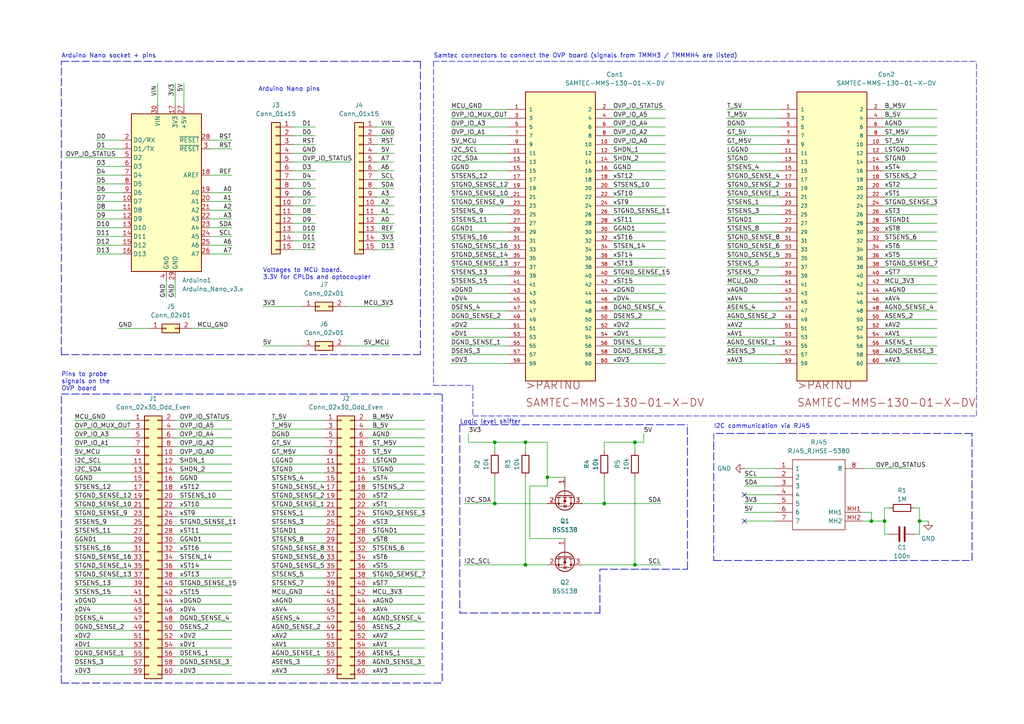
<source format=kicad_sch>
(kicad_sch (version 20211123) (generator eeschema)
  (paper "A4")
  (title_block (title "OVP_breakout_board") (date "2023-02-23") (rev "0") (company "University of Bonn") (comment 1 "Simple breakout board for the OVP board  (LMU-PS) + Arduino nano"))
  (junction (at 143.51 128.27))
  (junction (at 158.75 138.43))
  (junction (at 143.51 146.05))
  (junction (at 184.15 128.27))
  (junction (at 152.4 128.27))
  (junction (at 266.7 151.13))
  (junction (at 152.4 163.83))
  (junction (at 184.15 163.83))
  (junction (at 175.26 146.05))
  (junction (at 256.54 151.13))
  (junction (at 252.73 151.13))
  (no_connect (at 215.9 151.13))
  (no_connect (at 215.9 143.51))
  (wire (pts (xy 85.09 54.61) (xy 91.44 54.61)))
  (wire (pts (xy 50.8 157.48) (xy 67.31 157.48)))
  (wire (pts (xy 21.59 154.94) (xy 38.1 154.94)))
  (wire (pts (xy 143.51 128.27) (xy 152.4 128.27)))
  (wire (pts (xy 50.8 129.54) (xy 67.31 129.54)))
  (wire (pts (xy 106.68 175.26) (xy 123.19 175.26)))
  (wire (pts (xy 21.59 185.42) (xy 38.1 185.42)))
  (wire (pts (xy 130.81 85.09) (xy 147.32 85.09)))
  (wire (pts (xy 78.74 187.96) (xy 93.98 187.96)))
  (wire (pts (xy 130.81 90.17) (xy 147.32 90.17)))
  (wire (pts (xy 143.51 146.05) (xy 158.75 146.05)))
  (wire (pts (xy 168.91 146.05) (xy 175.26 146.05)))
  (wire (pts (xy 78.74 152.4) (xy 93.98 152.4)))
  (wire (pts (xy 109.22 59.69) (xy 114.3 59.69)))
  (wire (pts (xy 78.74 121.92) (xy 93.98 121.92)))
  (wire (pts (xy 177.8 67.31) (xy 193.04 67.31)))
  (wire (pts (xy 78.74 132.08) (xy 93.98 132.08)))
  (polyline (pts (xy 133.35 123.19) (xy 133.35 177.8)) (stroke (width 0.2)))
  (wire (pts (xy 250.19 151.13) (xy 252.73 151.13)))
  (wire (pts (xy 177.8 74.93) (xy 193.04 74.93)))
  (wire (pts (xy 130.81 97.79) (xy 147.32 97.79)))
  (wire (pts (xy 215.9 138.43) (xy 224.79 138.43)))
  (wire (pts (xy 106.68 160.02) (xy 123.19 160.02)))
  (wire (pts (xy 210.82 54.61) (xy 226.06 54.61)))
  (wire (pts (xy 50.8 154.94) (xy 67.31 154.94)))
  (wire (pts (xy 109.22 41.91) (xy 114.3 41.91)))
  (wire (pts (xy 85.09 57.15) (xy 91.44 57.15)))
  (wire (pts (xy 50.8 137.16) (xy 67.31 137.16)))
  (wire (pts (xy 21.59 127) (xy 38.1 127)))
  (wire (pts (xy 256.54 92.71) (xy 271.78 92.71)))
  (wire (pts (xy 106.68 187.96) (xy 123.19 187.96)))
  (wire (pts (xy 78.74 142.24) (xy 93.98 142.24)))
  (wire (pts (xy 106.68 170.18) (xy 123.19 170.18)))
  (wire (pts (xy 27.94 68.58) (xy 35.56 68.58)))
  (wire (pts (xy 50.8 152.4) (xy 67.31 152.4)))
  (wire (pts (xy 27.94 40.64) (xy 35.56 40.64)))
  (wire (pts (xy 256.54 39.37) (xy 271.78 39.37)))
  (wire (pts (xy 34.29 95.25) (xy 43.18 95.25)))
  (wire (pts (xy 21.59 121.92) (xy 38.1 121.92)))
  (wire (pts (xy 184.15 138.43) (xy 184.15 163.83)))
  (wire (pts (xy 130.81 31.75) (xy 147.32 31.75)))
  (wire (pts (xy 21.59 139.7) (xy 38.1 139.7)))
  (wire (pts (xy 177.8 82.55) (xy 193.04 82.55)))
  (wire (pts (xy 210.82 39.37) (xy 226.06 39.37)))
  (wire (pts (xy 130.81 39.37) (xy 147.32 39.37)))
  (wire (pts (xy 78.74 165.1) (xy 93.98 165.1)))
  (wire (pts (xy 85.09 72.39) (xy 91.44 72.39)))
  (wire (pts (xy 210.82 57.15) (xy 226.06 57.15)))
  (wire (pts (xy 210.82 52.07) (xy 226.06 52.07)))
  (wire (pts (xy 109.22 69.85) (xy 114.3 69.85)))
  (wire (pts (xy 106.68 195.58) (xy 123.19 195.58)))
  (wire (pts (xy 177.8 69.85) (xy 193.04 69.85)))
  (wire (pts (xy 210.82 31.75) (xy 226.06 31.75)))
  (wire (pts (xy 130.81 46.99) (xy 147.32 46.99)))
  (wire (pts (xy 27.94 71.12) (xy 35.56 71.12)))
  (polyline (pts (xy 125.73 111.76) (xy 137.16 111.76)))
  (wire (pts (xy 78.74 124.46) (xy 93.98 124.46)))
  (wire (pts (xy 100.33 88.9) (xy 113.03 88.9)))
  (wire (pts (xy 186.69 125.73) (xy 186.69 128.27)))
  (wire (pts (xy 210.82 90.17) (xy 226.06 90.17)))
  (wire (pts (xy 256.54 36.83) (xy 271.78 36.83)))
  (polyline (pts (xy 128.27 114.3) (xy 128.27 198.12)) (stroke (width 0.2)))
  (wire (pts (xy 27.94 73.66) (xy 35.56 73.66)))
  (wire (pts (xy 109.22 36.83) (xy 114.3 36.83)))
  (wire (pts (xy 177.8 57.15) (xy 193.04 57.15)))
  (wire (pts (xy 210.82 49.53) (xy 226.06 49.53)))
  (wire (pts (xy 78.74 193.04) (xy 93.98 193.04)))
  (wire (pts (xy 50.8 124.46) (xy 67.31 124.46)))
  (wire (pts (xy 21.59 129.54) (xy 38.1 129.54)))
  (wire (pts (xy 256.54 80.01) (xy 271.78 80.01)))
  (wire (pts (xy 50.8 187.96) (xy 67.31 187.96)))
  (wire (pts (xy 78.74 162.56) (xy 93.98 162.56)))
  (wire (pts (xy 78.74 127) (xy 93.98 127)))
  (wire (pts (xy 256.54 34.29) (xy 271.78 34.29)))
  (wire (pts (xy 177.8 90.17) (xy 193.04 90.17)))
  (wire (pts (xy 109.22 39.37) (xy 114.3 39.37)))
  (wire (pts (xy 78.74 144.78) (xy 93.98 144.78)))
  (wire (pts (xy 50.8 193.04) (xy 67.31 193.04)))
  (wire (pts (xy 130.81 102.87) (xy 147.32 102.87)))
  (wire (pts (xy 21.59 190.5) (xy 38.1 190.5)))
  (wire (pts (xy 256.54 102.87) (xy 271.78 102.87)))
  (wire (pts (xy 85.09 46.99) (xy 101.6 46.99)))
  (wire (pts (xy 60.96 40.64) (xy 67.31 40.64)))
  (wire (pts (xy 177.8 95.25) (xy 193.04 95.25)))
  (polyline (pts (xy 207.01 128.27) (xy 207.01 162.56)) (stroke (width 0.2)))
  (wire (pts (xy 50.8 170.18) (xy 67.31 170.18)))
  (wire (pts (xy 210.82 41.91) (xy 226.06 41.91)))
  (wire (pts (xy 130.81 92.71) (xy 147.32 92.71)))
  (wire (pts (xy 177.8 64.77) (xy 193.04 64.77)))
  (wire (pts (xy 50.8 180.34) (xy 67.31 180.34)))
  (wire (pts (xy 60.96 66.04) (xy 67.31 66.04)))
  (wire (pts (xy 210.82 46.99) (xy 226.06 46.99)))
  (wire (pts (xy 78.74 149.86) (xy 93.98 149.86)))
  (wire (pts (xy 85.09 39.37) (xy 91.44 39.37)))
  (wire (pts (xy 256.54 49.53) (xy 271.78 49.53)))
  (wire (pts (xy 153.67 156.21) (xy 163.83 156.21)))
  (wire (pts (xy 256.54 46.99) (xy 271.78 46.99)))
  (wire (pts (xy 21.59 165.1) (xy 38.1 165.1)))
  (wire (pts (xy 152.4 163.83) (xy 158.75 163.83)))
  (wire (pts (xy 27.94 43.18) (xy 35.56 43.18)))
  (wire (pts (xy 130.81 80.01) (xy 147.32 80.01)))
  (wire (pts (xy 60.96 63.5) (xy 67.31 63.5)))
  (wire (pts (xy 130.81 34.29) (xy 147.32 34.29)))
  (wire (pts (xy 256.54 74.93) (xy 271.78 74.93)))
  (wire (pts (xy 256.54 97.79) (xy 271.78 97.79)))
  (wire (pts (xy 106.68 182.88) (xy 123.19 182.88)))
  (wire (pts (xy 256.54 72.39) (xy 271.78 72.39)))
  (wire (pts (xy 45.72 24.13) (xy 45.72 30.48)))
  (polyline (pts (xy 207.01 162.56) (xy 281.94 162.56)) (stroke (width 0.2)))
  (wire (pts (xy 130.81 100.33) (xy 147.32 100.33)))
  (wire (pts (xy 256.54 77.47) (xy 271.78 77.47)))
  (wire (pts (xy 78.74 182.88) (xy 93.98 182.88)))
  (polyline (pts (xy 17.78 102.87) (xy 17.78 17.78)) (stroke (width 0.2)))
  (wire (pts (xy 21.59 167.64) (xy 38.1 167.64)))
  (wire (pts (xy 210.82 36.83) (xy 226.06 36.83)))
  (wire (pts (xy 134.62 163.83) (xy 152.4 163.83)))
  (wire (pts (xy 158.75 140.97) (xy 153.67 140.97)))
  (polyline (pts (xy 133.35 177.8) (xy 173.99 177.8)) (stroke (width 0.2)))
  (wire (pts (xy 158.75 138.43) (xy 158.75 140.97)))
  (wire (pts (xy 252.73 148.59) (xy 252.73 151.13)))
  (wire (pts (xy 130.81 95.25) (xy 147.32 95.25)))
  (wire (pts (xy 177.8 102.87) (xy 193.04 102.87)))
  (wire (pts (xy 109.22 62.23) (xy 114.3 62.23)))
  (polyline (pts (xy 283.21 120.65) (xy 283.21 17.78)))
  (wire (pts (xy 210.82 59.69) (xy 226.06 59.69)))
  (wire (pts (xy 27.94 53.34) (xy 35.56 53.34)))
  (wire (pts (xy 60.96 58.42) (xy 67.31 58.42)))
  (wire (pts (xy 50.8 160.02) (xy 67.31 160.02)))
  (wire (pts (xy 210.82 62.23) (xy 226.06 62.23)))
  (wire (pts (xy 210.82 67.31) (xy 226.06 67.31)))
  (wire (pts (xy 106.68 162.56) (xy 123.19 162.56)))
  (wire (pts (xy 109.22 49.53) (xy 114.3 49.53)))
  (wire (pts (xy 21.59 137.16) (xy 38.1 137.16)))
  (wire (pts (xy 177.8 39.37) (xy 193.04 39.37)))
  (wire (pts (xy 106.68 129.54) (xy 123.19 129.54)))
  (wire (pts (xy 130.81 59.69) (xy 147.32 59.69)))
  (wire (pts (xy 135.89 125.73) (xy 135.89 128.27)))
  (wire (pts (xy 256.54 147.32) (xy 257.81 147.32)))
  (wire (pts (xy 21.59 193.04) (xy 38.1 193.04)))
  (wire (pts (xy 106.68 149.86) (xy 123.19 149.86)))
  (wire (pts (xy 60.96 60.96) (xy 67.31 60.96)))
  (wire (pts (xy 210.82 80.01) (xy 226.06 80.01)))
  (wire (pts (xy 266.7 154.94) (xy 266.7 151.13)))
  (wire (pts (xy 106.68 132.08) (xy 123.19 132.08)))
  (wire (pts (xy 130.81 82.55) (xy 147.32 82.55)))
  (wire (pts (xy 175.26 130.81) (xy 175.26 128.27)))
  (wire (pts (xy 106.68 165.1) (xy 123.19 165.1)))
  (wire (pts (xy 19.05 45.72) (xy 35.56 45.72)))
  (wire (pts (xy 266.7 147.32) (xy 265.43 147.32)))
  (wire (pts (xy 78.74 177.8) (xy 93.98 177.8)))
  (wire (pts (xy 60.96 50.8) (xy 67.31 50.8)))
  (wire (pts (xy 78.74 139.7) (xy 93.98 139.7)))
  (wire (pts (xy 106.68 124.46) (xy 123.19 124.46)))
  (wire (pts (xy 60.96 73.66) (xy 67.31 73.66)))
  (wire (pts (xy 256.54 100.33) (xy 271.78 100.33)))
  (wire (pts (xy 130.81 72.39) (xy 147.32 72.39)))
  (wire (pts (xy 78.74 129.54) (xy 93.98 129.54)))
  (wire (pts (xy 21.59 162.56) (xy 38.1 162.56)))
  (wire (pts (xy 177.8 85.09) (xy 193.04 85.09)))
  (wire (pts (xy 130.81 69.85) (xy 147.32 69.85)))
  (wire (pts (xy 78.74 190.5) (xy 93.98 190.5)))
  (wire (pts (xy 50.8 132.08) (xy 67.31 132.08)))
  (wire (pts (xy 50.8 195.58) (xy 67.31 195.58)))
  (wire (pts (xy 256.54 69.85) (xy 271.78 69.85)))
  (wire (pts (xy 106.68 121.92) (xy 123.19 121.92)))
  (wire (pts (xy 256.54 82.55) (xy 271.78 82.55)))
  (wire (pts (xy 210.82 82.55) (xy 226.06 82.55)))
  (wire (pts (xy 256.54 44.45) (xy 271.78 44.45)))
  (wire (pts (xy 109.22 54.61) (xy 114.3 54.61)))
  (wire (pts (xy 106.68 152.4) (xy 123.19 152.4)))
  (wire (pts (xy 130.81 77.47) (xy 147.32 77.47)))
  (wire (pts (xy 60.96 43.18) (xy 67.31 43.18)))
  (wire (pts (xy 177.8 92.71) (xy 193.04 92.71)))
  (wire (pts (xy 21.59 195.58) (xy 38.1 195.58)))
  (wire (pts (xy 177.8 52.07) (xy 193.04 52.07)))
  (wire (pts (xy 256.54 95.25) (xy 271.78 95.25)))
  (polyline (pts (xy 173.99 165.1) (xy 199.39 165.1)) (stroke (width 0.2)))
  (wire (pts (xy 50.8 134.62) (xy 67.31 134.62)))
  (wire (pts (xy 106.68 177.8) (xy 123.19 177.8)))
  (polyline (pts (xy 17.78 17.78) (xy 121.92 17.78)) (stroke (width 0.2)))
  (wire (pts (xy 250.19 135.89) (xy 264.16 135.89)))
  (wire (pts (xy 50.8 139.7) (xy 67.31 139.7)))
  (wire (pts (xy 210.82 92.71) (xy 226.06 92.71)))
  (wire (pts (xy 50.8 142.24) (xy 67.31 142.24)))
  (wire (pts (xy 106.68 172.72) (xy 123.19 172.72)))
  (wire (pts (xy 21.59 172.72) (xy 38.1 172.72)))
  (wire (pts (xy 85.09 44.45) (xy 91.44 44.45)))
  (wire (pts (xy 21.59 187.96) (xy 38.1 187.96)))
  (wire (pts (xy 152.4 128.27) (xy 152.4 130.81)))
  (wire (pts (xy 256.54 67.31) (xy 271.78 67.31)))
  (wire (pts (xy 130.81 54.61) (xy 147.32 54.61)))
  (wire (pts (xy 215.9 151.13) (xy 224.79 151.13)))
  (wire (pts (xy 27.94 48.26) (xy 35.56 48.26)))
  (wire (pts (xy 50.8 127) (xy 67.31 127)))
  (wire (pts (xy 50.8 81.28) (xy 50.8 86.36)))
  (wire (pts (xy 130.81 74.93) (xy 147.32 74.93)))
  (wire (pts (xy 130.81 41.91) (xy 147.32 41.91)))
  (wire (pts (xy 78.74 154.94) (xy 93.98 154.94)))
  (wire (pts (xy 177.8 100.33) (xy 193.04 100.33)))
  (wire (pts (xy 21.59 157.48) (xy 38.1 157.48)))
  (wire (pts (xy 210.82 64.77) (xy 226.06 64.77)))
  (wire (pts (xy 177.8 34.29) (xy 193.04 34.29)))
  (wire (pts (xy 100.33 100.33) (xy 113.03 100.33)))
  (wire (pts (xy 158.75 128.27) (xy 158.75 138.43)))
  (wire (pts (xy 21.59 132.08) (xy 38.1 132.08)))
  (wire (pts (xy 143.51 128.27) (xy 135.89 128.27)))
  (wire (pts (xy 106.68 157.48) (xy 123.19 157.48)))
  (wire (pts (xy 85.09 69.85) (xy 91.44 69.85)))
  (wire (pts (xy 158.75 138.43) (xy 163.83 138.43)))
  (wire (pts (xy 215.9 148.59) (xy 224.79 148.59)))
  (polyline (pts (xy 137.16 111.76) (xy 137.16 120.65)))
  (wire (pts (xy 215.9 135.89) (xy 224.79 135.89)))
  (wire (pts (xy 27.94 58.42) (xy 35.56 58.42)))
  (wire (pts (xy 250.19 148.59) (xy 252.73 148.59)))
  (polyline (pts (xy 281.94 125.73) (xy 207.01 125.73)) (stroke (width 0.2)))
  (wire (pts (xy 21.59 180.34) (xy 38.1 180.34)))
  (wire (pts (xy 175.26 138.43) (xy 175.26 146.05)))
  (wire (pts (xy 184.15 163.83) (xy 191.77 163.83)))
  (wire (pts (xy 78.74 172.72) (xy 93.98 172.72)))
  (wire (pts (xy 177.8 87.63) (xy 193.04 87.63)))
  (wire (pts (xy 50.8 162.56) (xy 67.31 162.56)))
  (polyline (pts (xy 125.73 17.78) (xy 125.73 111.76)))
  (wire (pts (xy 21.59 142.24) (xy 38.1 142.24)))
  (polyline (pts (xy 17.78 198.12) (xy 128.27 198.12)) (stroke (width 0.2)))
  (wire (pts (xy 55.88 95.25) (xy 64.77 95.25)))
  (wire (pts (xy 252.73 151.13) (xy 256.54 151.13)))
  (wire (pts (xy 256.54 54.61) (xy 271.78 54.61)))
  (polyline (pts (xy 207.01 125.73) (xy 207.01 128.27)))
  (wire (pts (xy 21.59 134.62) (xy 38.1 134.62)))
  (wire (pts (xy 256.54 87.63) (xy 271.78 87.63)))
  (wire (pts (xy 256.54 64.77) (xy 271.78 64.77)))
  (wire (pts (xy 109.22 67.31) (xy 114.3 67.31)))
  (wire (pts (xy 48.26 81.28) (xy 48.26 86.36)))
  (wire (pts (xy 109.22 72.39) (xy 114.3 72.39)))
  (wire (pts (xy 21.59 124.46) (xy 38.1 124.46)))
  (wire (pts (xy 210.82 105.41) (xy 226.06 105.41)))
  (wire (pts (xy 50.8 144.78) (xy 67.31 144.78)))
  (wire (pts (xy 106.68 142.24) (xy 123.19 142.24)))
  (wire (pts (xy 78.74 134.62) (xy 93.98 134.62)))
  (wire (pts (xy 27.94 63.5) (xy 35.56 63.5)))
  (wire (pts (xy 85.09 52.07) (xy 91.44 52.07)))
  (wire (pts (xy 53.34 24.13) (xy 53.34 30.48)))
  (wire (pts (xy 215.9 140.97) (xy 224.79 140.97)))
  (wire (pts (xy 60.96 71.12) (xy 67.31 71.12)))
  (wire (pts (xy 106.68 137.16) (xy 123.19 137.16)))
  (wire (pts (xy 109.22 44.45) (xy 114.3 44.45)))
  (wire (pts (xy 215.9 143.51) (xy 224.79 143.51)))
  (wire (pts (xy 50.8 121.92) (xy 67.31 121.92)))
  (wire (pts (xy 78.74 180.34) (xy 93.98 180.34)))
  (wire (pts (xy 106.68 134.62) (xy 123.19 134.62)))
  (wire (pts (xy 21.59 152.4) (xy 38.1 152.4)))
  (wire (pts (xy 85.09 67.31) (xy 91.44 67.31)))
  (wire (pts (xy 177.8 62.23) (xy 193.04 62.23)))
  (wire (pts (xy 177.8 46.99) (xy 193.04 46.99)))
  (wire (pts (xy 130.81 57.15) (xy 147.32 57.15)))
  (wire (pts (xy 177.8 80.01) (xy 193.04 80.01)))
  (wire (pts (xy 50.8 24.13) (xy 50.8 30.48)))
  (wire (pts (xy 85.09 41.91) (xy 91.44 41.91)))
  (wire (pts (xy 50.8 149.86) (xy 67.31 149.86)))
  (wire (pts (xy 215.9 146.05) (xy 224.79 146.05)))
  (wire (pts (xy 256.54 151.13) (xy 256.54 154.94)))
  (wire (pts (xy 109.22 57.15) (xy 114.3 57.15)))
  (wire (pts (xy 130.81 49.53) (xy 147.32 49.53)))
  (wire (pts (xy 21.59 177.8) (xy 38.1 177.8)))
  (wire (pts (xy 210.82 44.45) (xy 226.06 44.45)))
  (polyline (pts (xy 173.99 177.8) (xy 173.99 165.1)) (stroke (width 0.2)))
  (wire (pts (xy 106.68 185.42) (xy 123.19 185.42)))
  (wire (pts (xy 106.68 127) (xy 123.19 127)))
  (wire (pts (xy 21.59 160.02) (xy 38.1 160.02)))
  (wire (pts (xy 85.09 64.77) (xy 91.44 64.77)))
  (wire (pts (xy 78.74 137.16) (xy 93.98 137.16)))
  (wire (pts (xy 78.74 170.18) (xy 93.98 170.18)))
  (wire (pts (xy 143.51 130.81) (xy 143.51 128.27)))
  (wire (pts (xy 50.8 165.1) (xy 67.31 165.1)))
  (wire (pts (xy 168.91 163.83) (xy 184.15 163.83)))
  (wire (pts (xy 177.8 72.39) (xy 193.04 72.39)))
  (wire (pts (xy 130.81 36.83) (xy 147.32 36.83)))
  (wire (pts (xy 27.94 55.88) (xy 35.56 55.88)))
  (wire (pts (xy 78.74 195.58) (xy 93.98 195.58)))
  (wire (pts (xy 130.81 87.63) (xy 147.32 87.63)))
  (wire (pts (xy 177.8 54.61) (xy 193.04 54.61)))
  (wire (pts (xy 21.59 175.26) (xy 38.1 175.26)))
  (wire (pts (xy 184.15 128.27) (xy 184.15 130.81)))
  (polyline (pts (xy 281.94 162.56) (xy 281.94 125.73)) (stroke (width 0.2)))
  (polyline (pts (xy 125.73 17.78) (xy 283.21 17.78)))
  (wire (pts (xy 60.96 55.88) (xy 67.31 55.88)))
  (wire (pts (xy 130.81 62.23) (xy 147.32 62.23)))
  (wire (pts (xy 130.81 67.31) (xy 147.32 67.31)))
  (wire (pts (xy 130.81 64.77) (xy 147.32 64.77)))
  (wire (pts (xy 106.68 190.5) (xy 123.19 190.5)))
  (wire (pts (xy 177.8 44.45) (xy 193.04 44.45)))
  (wire (pts (xy 184.15 128.27) (xy 186.69 128.27)))
  (wire (pts (xy 78.74 167.64) (xy 93.98 167.64)))
  (wire (pts (xy 85.09 49.53) (xy 91.44 49.53)))
  (wire (pts (xy 256.54 154.94) (xy 257.81 154.94)))
  (wire (pts (xy 50.8 167.64) (xy 67.31 167.64)))
  (wire (pts (xy 210.82 97.79) (xy 226.06 97.79)))
  (wire (pts (xy 177.8 97.79) (xy 193.04 97.79)))
  (wire (pts (xy 76.2 100.33) (xy 87.63 100.33)))
  (wire (pts (xy 106.68 180.34) (xy 123.19 180.34)))
  (wire (pts (xy 210.82 95.25) (xy 226.06 95.25)))
  (wire (pts (xy 50.8 172.72) (xy 67.31 172.72)))
  (wire (pts (xy 21.59 144.78) (xy 38.1 144.78)))
  (wire (pts (xy 210.82 72.39) (xy 226.06 72.39)))
  (wire (pts (xy 27.94 50.8) (xy 35.56 50.8)))
  (wire (pts (xy 106.68 144.78) (xy 123.19 144.78)))
  (wire (pts (xy 177.8 41.91) (xy 193.04 41.91)))
  (polyline (pts (xy 121.92 17.78) (xy 121.92 102.87)) (stroke (width 0.2)))
  (wire (pts (xy 27.94 66.04) (xy 35.56 66.04)))
  (wire (pts (xy 175.26 128.27) (xy 184.15 128.27)))
  (wire (pts (xy 78.74 147.32) (xy 93.98 147.32)))
  (polyline (pts (xy 17.78 198.12) (xy 17.78 114.3)) (stroke (width 0.2)))
  (wire (pts (xy 210.82 85.09) (xy 226.06 85.09)))
  (wire (pts (xy 266.7 151.13) (xy 269.24 151.13)))
  (wire (pts (xy 130.81 52.07) (xy 147.32 52.07)))
  (wire (pts (xy 78.74 157.48) (xy 93.98 157.48)))
  (wire (pts (xy 106.68 147.32) (xy 123.19 147.32)))
  (wire (pts (xy 50.8 175.26) (xy 67.31 175.26)))
  (wire (pts (xy 85.09 36.83) (xy 91.44 36.83)))
  (wire (pts (xy 256.54 105.41) (xy 271.78 105.41)))
  (wire (pts (xy 50.8 185.42) (xy 67.31 185.42)))
  (wire (pts (xy 256.54 41.91) (xy 271.78 41.91)))
  (wire (pts (xy 85.09 59.69) (xy 91.44 59.69)))
  (wire (pts (xy 266.7 151.13) (xy 266.7 147.32)))
  (wire (pts (xy 177.8 105.41) (xy 193.04 105.41)))
  (wire (pts (xy 78.74 175.26) (xy 93.98 175.26)))
  (wire (pts (xy 85.09 62.23) (xy 91.44 62.23)))
  (wire (pts (xy 27.94 60.96) (xy 35.56 60.96)))
  (wire (pts (xy 143.51 138.43) (xy 143.51 146.05)))
  (wire (pts (xy 210.82 74.93) (xy 226.06 74.93)))
  (wire (pts (xy 106.68 167.64) (xy 123.19 167.64)))
  (wire (pts (xy 177.8 77.47) (xy 193.04 77.47)))
  (wire (pts (xy 50.8 147.32) (xy 67.31 147.32)))
  (wire (pts (xy 21.59 147.32) (xy 38.1 147.32)))
  (wire (pts (xy 21.59 182.88) (xy 38.1 182.88)))
  (wire (pts (xy 21.59 149.86) (xy 38.1 149.86)))
  (wire (pts (xy 265.43 154.94) (xy 266.7 154.94)))
  (wire (pts (xy 256.54 31.75) (xy 271.78 31.75)))
  (wire (pts (xy 60.96 68.58) (xy 67.31 68.58)))
  (wire (pts (xy 109.22 52.07) (xy 114.3 52.07)))
  (polyline (pts (xy 133.35 123.19) (xy 199.39 123.19)) (stroke (width 0.2)))
  (wire (pts (xy 210.82 34.29) (xy 226.06 34.29)))
  (wire (pts (xy 210.82 87.63) (xy 226.06 87.63)))
  (wire (pts (xy 177.8 49.53) (xy 193.04 49.53)))
  (polyline (pts (xy 199.39 165.1) (xy 199.39 123.19)) (stroke (width 0.2)))
  (wire (pts (xy 210.82 100.33) (xy 226.06 100.33)))
  (wire (pts (xy 177.8 59.69) (xy 193.04 59.69)))
  (wire (pts (xy 50.8 182.88) (xy 67.31 182.88)))
  (wire (pts (xy 78.74 185.42) (xy 93.98 185.42)))
  (wire (pts (xy 76.2 88.9) (xy 87.63 88.9)))
  (wire (pts (xy 152.4 138.43) (xy 152.4 163.83)))
  (wire (pts (xy 256.54 57.15) (xy 271.78 57.15)))
  (wire (pts (xy 134.62 146.05) (xy 143.51 146.05)))
  (wire (pts (xy 106.68 154.94) (xy 123.19 154.94)))
  (wire (pts (xy 152.4 128.27) (xy 158.75 128.27)))
  (wire (pts (xy 175.26 146.05) (xy 191.77 146.05)))
  (wire (pts (xy 210.82 102.87) (xy 226.06 102.87)))
  (wire (pts (xy 109.22 46.99) (xy 114.3 46.99)))
  (wire (pts (xy 256.54 151.13) (xy 256.54 147.32)))
  (wire (pts (xy 256.54 85.09) (xy 271.78 85.09)))
  (wire (pts (xy 50.8 190.5) (xy 67.31 190.5)))
  (wire (pts (xy 210.82 69.85) (xy 226.06 69.85)))
  (wire (pts (xy 256.54 52.07) (xy 271.78 52.07)))
  (polyline (pts (xy 137.16 120.65) (xy 283.21 120.65)))
  (wire (pts (xy 50.8 177.8) (xy 67.31 177.8)))
  (wire (pts (xy 256.54 62.23) (xy 271.78 62.23)))
  (wire (pts (xy 106.68 139.7) (xy 123.19 139.7)))
  (wire (pts (xy 130.81 105.41) (xy 147.32 105.41)))
  (wire (pts (xy 210.82 77.47) (xy 226.06 77.47)))
  (wire (pts (xy 21.59 170.18) (xy 38.1 170.18)))
  (wire (pts (xy 256.54 59.69) (xy 271.78 59.69)))
  (wire (pts (xy 130.81 44.45) (xy 147.32 44.45)))
  (polyline (pts (xy 17.78 102.87) (xy 121.92 102.87)) (stroke (width 0.2)))
  (wire (pts (xy 177.8 31.75) (xy 193.04 31.75)))
  (wire (pts (xy 106.68 193.04) (xy 123.19 193.04)))
  (wire (pts (xy 78.74 160.02) (xy 93.98 160.02)))
  (wire (pts (xy 256.54 90.17) (xy 271.78 90.17)))
  (polyline (pts (xy 17.78 114.3) (xy 128.27 114.3)) (stroke (width 0.2)))
  (wire (pts (xy 177.8 36.83) (xy 193.04 36.83)))
  (wire (pts (xy 153.67 140.97) (xy 153.67 156.21)))
  (wire (pts (xy 109.22 64.77) (xy 114.3 64.77)))
  (text "I2C communication via RJ45" (at 207.01 124.46 0) (effects (font (size 1.27 1.27)) (justify left bottom)))
  (text "Samtec connectors to connect the OVP board (signals from TMMH3 / TMMMH4 are listed)\n " (at 125.73 19.05 0) (effects (font (size 1.27 1.27)) (justify left bottom)))
  (text "Voltages to MCU board. \n3.3V for CPLDs and optocoupler" (at 76.2 81.28 0) (effects (font (size 1.27 1.27)) (justify left bottom)))
  (text "Arduino Nano socket + pins\n\n" (at 17.78 19.05 0) (effects (font (size 1.27 1.27)) (justify left bottom)))
  (text "Logic level shifter" (at 133.35 123.19 0) (effects (font (size 1.27 1.27)) (justify left bottom)))
  (text "Pins to probe \nsignals on the \nOVP board\n\n" (at 17.78 115.57 0) (effects (font (size 1.27 1.27)) (justify left bottom)))
  (text "Arduino Nano pins\n" (at 74.93 26.67 0) (effects (font (size 1.27 1.27)) (justify left bottom)))
  (label "xAV4" (at 256.54 87.63 0))
  (label "STGND_SEMSE_7" (at 107.95 167.64 0))
  (label "OVP_IO_A0" (at 177.8 41.91 0))
  (label "ASENS_3" (at 78.74 193.04 0))
  (label "xAV2" (at 210.82 95.25 0))
  (label "D1" (at 27.94 43.18 0))
  (label "ASENS_3" (at 210.82 102.87 0))
  (label "D5" (at 27.94 53.34 0))
  (label "xST15" (at 177.8 82.55 0))
  (label "STSENS_16" (at 21.59 160.02 0))
  (label "STGND_SENSE_10" (at 21.59 147.32 0))
  (label "D3" (at 27.94 48.26 0))
  (label "B_5V" (at 107.95 124.46 0))
  (label "DSENS_3" (at 21.59 193.04 0))
  (label "xDV1" (at 21.59 187.96 0))
  (label "STGND_SENSE_1" (at 210.82 57.15 0))
  (label "5V" (at 186.69 125.73 0))
  (label "AGND_SENSE_4" (at 256.54 90.17 0))
  (label "STGND_SENSE_13" (at 130.81 77.47 0))
  (label "SCL" (at 187.96 163.83 0))
  (label "STGND_SENSE_14" (at 130.81 74.93 0))
  (label "ST_M5V" (at 107.95 129.54 0))
  (label "DSENS_4" (at 21.59 180.34 0))
  (label "AGND_SENSE_4" (at 107.95 180.34 0))
  (label "STSENS_12" (at 21.59 142.24 0))
  (label "I2C_SDA" (at 21.59 137.16 0))
  (label "OVP_IO_STATUS" (at 177.8 31.75 0))
  (label "DGND_SENSE_4" (at 52.07 180.34 0))
  (label "STSENS_8" (at 210.82 67.31 0))
  (label "LGGND" (at 210.82 44.45 0))
  (label "ASENS_4" (at 210.82 90.17 0))
  (label "D10" (at 87.63 67.31 0))
  (label "ST_M5V" (at 256.54 39.37 0))
  (label "T_5V" (at 210.82 31.75 0))
  (label "3V3" (at 110.49 69.85 0))
  (label "xDV4" (at 21.59 177.8 0))
  (label "A0" (at 64.77 55.88 0))
  (label "3V3" (at 50.8 27.94 90))
  (label "A1" (at 110.49 62.23 0))
  (label "D10" (at 27.94 66.04 0))
  (label "ST_5V" (at 256.54 41.91 0))
  (label "D8" (at 27.94 60.96 0))
  (label "GGND1" (at 52.07 157.48 0))
  (label "STSENS_2" (at 107.95 142.24 0))
  (label "xAV1" (at 256.54 97.79 0))
  (label "SDA" (at 63.5 66.04 0))
  (label "I2C_SCL" (at 130.81 44.45 0))
  (label "xDV3" (at 130.81 105.41 0))
  (label "STGND_SENSE_9" (at 130.81 59.69 0))
  (label "STSENS_10" (at 177.8 54.61 0))
  (label "MCU_GND" (at 130.81 31.75 0))
  (label "MCU_GND" (at 78.74 172.72 0))
  (label "GGND1" (at 130.81 67.31 0))
  (label "SCL" (at 110.49 52.07 0))
  (label "xST13" (at 177.8 77.47 0))
  (label "STSENS_4" (at 210.82 49.53 0))
  (label "I2C_SCL" (at 134.62 163.83 0))
  (label "STSEN_14" (at 52.07 162.56 0))
  (label "xST15" (at 52.07 172.72 0))
  (label "DGND_SENSE_1" (at 130.81 100.33 0))
  (label "D8" (at 87.63 62.23 0))
  (label "xDV2" (at 52.07 185.42 0))
  (label "ASENS_2" (at 256.54 92.71 0))
  (label "xST11" (at 52.07 154.94 0))
  (label "SHDN_1" (at 52.07 134.62 0))
  (label "DSENS_2" (at 52.07 182.88 0))
  (label "I2C_SDA" (at 134.62 146.05 0))
  (label "STSENS_6" (at 107.95 160.02 0))
  (label "STGND_SENSE_5" (at 78.74 165.1 0))
  (label "SDA" (at 215.9 140.97 0))
  (label "STSENS_5" (at 78.74 167.64 0))
  (label "STGND_SENSE_8" (at 78.74 160.02 0))
  (label "STGND" (at 210.82 46.99 0))
  (label "DSENS_1" (at 52.07 190.5 0))
  (label "MCU_GND" (at 210.82 82.55 0))
  (label "STGND_SEMSE_7" (at 256.54 77.47 0))
  (label "STSENS_1" (at 78.74 149.86 0))
  (label "ASENS_2" (at 107.95 182.88 0))
  (label "xST3" (at 256.54 62.23 0))
  (label "D12" (at 87.63 72.39 0))
  (label "DSENS_3" (at 130.81 102.87 0))
  (label "D4" (at 27.94 50.8 0))
  (label "STSENS_13" (at 130.81 80.01 0))
  (label "REF" (at 63.5 50.8 0))
  (label "GGND" (at 52.07 139.7 0))
  (label "xAV4" (at 107.95 177.8 0))
  (label "xAV1" (at 78.74 187.96 0))
  (label "D12" (at 27.94 71.12 0))
  (label "xST6" (at 256.54 72.39 0))
  (label "AGND" (at 256.54 36.83 0))
  (label "AGND_SENSE_3" (at 107.95 193.04 0))
  (label "A7" (at 64.77 73.66 0))
  (label "STGND_SENSE_9" (at 21.59 149.86 0))
  (label "xAGND" (at 210.82 85.09 0))
  (label "RST" (at 110.49 41.91 0))
  (label "STGND_SENSE_4" (at 210.82 52.07 0))
  (label "STGND" (at 78.74 137.16 0))
  (label "STSENS_15" (at 21.59 172.72 0))
  (label "STSENS_8" (at 78.74 157.48 0))
  (label "5V_MCU" (at 130.81 41.91 0))
  (label "DSENS_4" (at 130.81 90.17 0))
  (label "xST7" (at 107.95 170.18 0))
  (label "xST11" (at 177.8 64.77 0))
  (label "GND" (at 34.29 95.25 0))
  (label "OVP_IO_MUX_OUT" (at 130.81 34.29 0))
  (label "xDV1" (at 130.81 97.79 0))
  (label "xAV4" (at 78.74 177.8 0))
  (label "xST10" (at 52.07 147.32 0))
  (label "STGND_SENSE_12" (at 21.59 144.78 0))
  (label "STGND_SENSE_12" (at 130.81 54.61 0))
  (label "A2" (at 110.49 59.69 0))
  (label "STSENS_7" (at 210.82 80.01 0))
  (label "STGND_SENSE_16" (at 21.59 162.56 0))
  (label "GGND1" (at 177.8 67.31 0))
  (label "B_M5V" (at 256.54 31.75 0))
  (label "xDGND" (at 177.8 85.09 0))
  (label "GND" (at 87.63 44.45 0))
  (label "xAV2" (at 256.54 95.25 0))
  (label "ST_5V" (at 107.95 132.08 0))
  (label "MCU_3V3" (at 256.54 82.55 0))
  (label "STGND_SENSE_5" (at 210.82 74.93 0))
  (label "DGND" (at 210.82 36.83 0))
  (label "OVP_IO_A3" (at 130.81 36.83 0))
  (label "STGND1" (at 107.95 154.94 0))
  (label "GGND1" (at 21.59 157.48 0))
  (label "xDV2" (at 130.81 95.25 0))
  (label "xAV3" (at 107.95 195.58 0))
  (label "OVP_IO_A1" (at 130.81 39.37 0))
  (label "STGND_SENSE_3" (at 107.95 149.86 0))
  (label "LGGND" (at 78.74 134.62 0))
  (label "xST9" (at 52.07 149.86 0))
  (label "GT_M5V" (at 210.82 41.91 0))
  (label "xST14" (at 177.8 74.93 0))
  (label "I2C_SCL" (at 21.59 134.62 0))
  (label "SDA" (at 110.49 54.61 0))
  (label "xST4" (at 107.95 139.7 0))
  (label "D6" (at 27.94 55.88 0))
  (label "T_M5V" (at 78.74 124.46 0))
  (label "xST8" (at 256.54 67.31 0))
  (label "STGND_SENSE_6" (at 210.82 72.39 0))
  (label "OVP_IO_A3" (at 21.59 127 0))
  (label "3V3" (at 215.9 146.05 0))
  (label "MCU_GND" (at 57.15 95.25 0))
  (label "xST7" (at 256.54 80.01 0))
  (label "STGND_SENSE_11" (at 177.8 62.23 0))
  (label "STGND" (at 256.54 46.99 0))
  (label "5V_MCU" (at 21.59 132.08 0))
  (label "DGND_SENSE_4" (at 177.8 90.17 0))
  (label "xAV1" (at 107.95 187.96 0))
  (label "OVP_IO_A2" (at 52.07 129.54 0))
  (label "ASENS_4" (at 78.74 180.34 0))
  (label "STGND_SENSE_1" (at 78.74 147.32 0))
  (label "SHDN_2" (at 177.8 46.99 0))
  (label "SHDN_1" (at 177.8 44.45 0))
  (label "D7" (at 27.94 58.42 0))
  (label "OVP_IO_STATUS" (at 19.05 45.72 0))
  (label "AGND_SENSE_2" (at 78.74 182.88 0))
  (label "GT_5V" (at 78.74 129.54 0))
  (label "xST3" (at 107.95 152.4 0))
  (label "xST9" (at 177.8 59.69 0))
  (label "GGND" (at 21.59 139.7 0))
  (label "xAV3" (at 78.74 195.58 0))
  (label "MCU_3V3" (at 105.41 88.9 0))
  (label "STGND1" (at 256.54 64.77 0))
  (label "MCU_GND" (at 21.59 121.92 0))
  (label "STSENS_11" (at 130.81 64.77 0))
  (label "xST12" (at 177.8 52.07 0))
  (label "DSENS_2" (at 177.8 92.71 0))
  (label "ASENS_1" (at 107.95 190.5 0))
  (label "STSEN_14" (at 177.8 72.39 0))
  (label "xAV2" (at 78.74 185.42 0))
  (label "GT_5V" (at 210.82 39.37 0))
  (label "STGND_SENSE_15" (at 52.07 170.18 0))
  (label "DGND_SENSE_3" (at 52.07 193.04 0))
  (label "STSENS_6" (at 256.54 69.85 0))
  (label "xDV3" (at 21.59 195.58 0))
  (label "xAV2" (at 107.95 185.42 0))
  (label "D11" (at 27.94 68.58 0))
  (label "xST12" (at 52.07 142.24 0))
  (label "GGND" (at 177.8 49.53 0))
  (label "STSENS_2" (at 256.54 52.07 0))
  (label "xST10" (at 177.8 57.15 0))
  (label "VIN" (at 45.72 27.94 90))
  (label "xDGND" (at 21.59 175.26 0))
  (label "STSENS_15" (at 130.81 82.55 0))
  (label "xAGND" (at 107.95 175.26 0))
  (label "xAV3" (at 256.54 105.41 0))
  (label "STGND_SENSE_2" (at 210.82 54.61 0))
  (label "xDGND" (at 130.81 85.09 0))
  (label "D5" (at 87.63 54.61 0))
  (label "xDV2" (at 21.59 185.42 0))
  (label "GND" (at 48.26 86.36 90))
  (label "A7" (at 110.49 46.99 0))
  (label "AGND_SENSE_3" (at 256.54 102.87 0))
  (label "D9" (at 27.94 63.5 0))
  (label "T_M5V" (at 210.82 34.29 0))
  (label "STSENS_7" (at 78.74 170.18 0))
  (label "D9" (at 87.63 64.77 0))
  (label "STGND_SENSE_2" (at 78.74 144.78 0))
  (label "xST5" (at 256.54 74.93 0))
  (label "xST4" (at 256.54 49.53 0))
  (label "xAV3" (at 210.82 105.41 0))
  (label "OVP_IO_MUX_OUT" (at 21.59 124.46 0))
  (label "B_5V" (at 256.54 34.29 0))
  (label "A0" (at 110.49 64.77 0))
  (label "D7" (at 87.63 59.69 0))
  (label "D0" (at 87.63 39.37 0))
  (label "D6" (at 87.63 57.15 0))
  (label "xDV1" (at 177.8 97.79 0))
  (label "STSENS_13" (at 21.59 170.18 0))
  (label "STSENS_3" (at 78.74 152.4 0))
  (label "STSENS_12" (at 130.81 52.07 0))
  (label "GT_M5V" (at 78.74 132.08 0))
  (label "5V" (at 76.2 100.33 0))
  (label "RST" (at 63.5 43.18 0))
  (label "STGND_SENSE_10" (at 130.81 57.15 0))
  (label "DSENS_1" (at 177.8 100.33 0))
  (label "xDV3" (at 52.07 195.58 0))
  (label "D1" (at 87.63 36.83 0))
  (label "STGND_SENSE_16" (at 130.81 72.39 0))
  (label "SCL" (at 63.5 68.58 0))
  (label "xDV4" (at 130.81 87.63 0))
  (label "DGND_SENSE_2" (at 21.59 182.88 0))
  (label "xST1" (at 256.54 57.15 0))
  (label "DGND_SENSE_1" (at 21.59 190.5 0))
  (label "OVP_IO_A5" (at 177.8 34.29 0))
  (label "xDV3" (at 177.8 105.41 0))
  (label "xST2" (at 256.54 54.61 0))
  (label "D4" (at 87.63 52.07 0))
  (label "GGND" (at 130.81 49.53 0))
  (label "STGND1" (at 210.82 64.77 0))
  (label "B_M5V" (at 107.95 121.92 0))
  (label "STSENS_11" (at 21.59 154.94 0))
  (label "5V_MCU" (at 105.41 100.33 0))
  (label "STSENS_4" (at 78.74 139.7 0))
  (label "SHDN_2" (at 52.07 137.16 0))
  (label "STSENS_10" (at 52.07 144.78 0))
  (label "D3" (at 87.63 49.53 0))
  (label "LSTGND" (at 256.54 44.45 0))
  (label "OVP_IO_A5" (at 52.07 124.46 0))
  (label "A3" (at 110.49 57.15 0))
  (label "RST" (at 63.5 40.64 0))
  (label "SDA" (at 187.96 146.05 0))
  (label "STSENS_1" (at 210.82 59.69 0))
  (label "ASENS_1" (at 256.54 100.33 0))
  (label "STGND1" (at 78.74 154.94 0))
  (label "STGND_SENSE_13" (at 21.59 167.64 0))
  (label "D13" (at 110.49 72.39 0))
  (label "OVP_IO_A0" (at 52.07 132.08 0))
  (label "OVP_IO_A1" (at 21.59 129.54 0))
  (label "OVP_IO_A4" (at 52.07 127 0))
  (label "OVP_IO_STATUS" (at 52.07 121.92 0))
  (label "STGND_SENSE_11" (at 52.07 152.4 0))
  (label "STGND_SENSE_3" (at 256.54 59.69 0))
  (label "STGND_SENSE_8" (at 210.82 69.85 0))
  (label "5V" (at 215.9 148.59 0))
  (label "STGND_SENSE_4" (at 78.74 142.24 0))
  (label "A3" (at 64.77 63.5 0))
  (label "STGND_SENSE_14" (at 21.59 165.1 0))
  (label "I2C_SDA" (at 130.81 46.99 0))
  (label "3V3" (at 76.2 88.9 0))
  (label "STSENS_9" (at 21.59 152.4 0))
  (label "OVP_IO_STATUS" (at 87.63 46.99 0))
  (label "D11" (at 87.63 69.85 0))
  (label "D13" (at 27.94 73.66 0))
  (label "xST16" (at 52.07 160.02 0))
  (label "STGND_SENSE_15" (at 177.8 80.01 0))
  (label "SCL" (at 215.9 138.43 0))
  (label "STSENS_5" (at 210.82 77.47 0))
  (label "STSENS_16" (at 130.81 69.85 0))
  (label "AGND_SENSE_2" (at 210.82 92.71 0))
  (label "xST8" (at 107.95 157.48 0))
  (label "xST6" (at 107.95 162.56 0))
  (label "A1" (at 64.77 58.42 0))
  (label "AGND_SENSE_1" (at 78.74 190.5 0))
  (label "DGND" (at 78.74 127 0))
  (label "A2" (at 64.77 60.96 0))
  (label "xST5" (at 107.95 165.1 0))
  (label "LSTGND" (at 107.95 134.62 0))
  (label "5V" (at 110.49 44.45 0))
  (label "5V" (at 53.34 26.67 90))
  (label "xAGND" (at 256.54 85.09 0))
  (label "STSENS_3" (at 210.82 62.23 0))
  (label "AGND" (at 107.95 127 0))
  (label "xAGND" (at 78.74 175.26 0))
  (label "xDV4" (at 177.8 87.63 0))
  (label "xST16" (at 177.8 69.85 0))
  (label "xST1" (at 107.95 147.32 0))
  (label "GND" (at 50.8 86.36 90))
  (label "DGND_SENSE_3" (at 177.8 102.87 0))
  (label "OVP_IO_STATUS" (at 254 135.89 0))
  (label "STGND_SENSE_6" (at 78.74 162.56 0))
  (label "STSENS_9" (at 130.81 62.23 0))
  (label "D0" (at 27.94 40.64 0))
  (label "xAV4" (at 210.82 87.63 0))
  (label "OVP_IO_A4" (at 177.8 36.83 0))
  (label "DGND_SENSE_2" (at 130.81 92.71 0))
  (label "A6" (at 64.77 71.12 0))
  (label "REF" (at 110.49 67.31 0))
  (label "xDV1" (at 52.07 187.96 0))
  (label "xDV2" (at 177.8 95.25 0))
  (label "STGND" (at 107.95 137.16 0))
  (label "T_5V" (at 78.74 121.92 0))
  (label "GND" (at 110.49 39.37 0))
  (label "xST14" (at 52.07 165.1 0))
  (label "MCU_3V3" (at 107.95 172.72 0))
  (label "xDV4" (at 52.07 177.8 0))
  (label "AGND_SENSE_1" (at 210.82 100.33 0))
  (label "xDGND" (at 52.07 175.26 0))
  (label "OVP_IO_A2" (at 177.8 39.37 0))
  (label "A6" (at 110.49 49.53 0))
  (label "VIN" (at 110.49 36.83 0))
  (label "xST13" (at 52.07 167.64 0))
  (label "RST" (at 87.63 41.91 0))
  (label "xST2" (at 107.95 144.78 0))
  (label "xAV1" (at 210.82 97.79 0))
  (label "3V3" (at 135.89 125.73 0))
  (symbol (lib_id "Connector_Generic:Conn_02x01") (at 48.26 95.25 0) (unit 1)
    (property "Reference" "J5" (at 49.53 88.9 0))
    (property "Value" "Conn_02x01" (at 49.53 91.44 0))
    (property "Footprint" "Connector_PinHeader_2.54mm:PinHeader_2x01_P2.54mm_Vertical" (effects hide))
  )
  (symbol (lib_id "Connector_Generic:Conn_02x01") (at 92.71 88.9 0) (unit 1)
    (property "Reference" "J7" (at 93.98 82.55 0))
    (property "Value" "Conn_02x01" (at 93.98 85.09 0))
    (property "Footprint" "Connector_PinHeader_2.54mm:PinHeader_2x01_P2.54mm_Vertical" (effects hide))
  )
  (symbol (lib_id "Device:R") (at 184.15 134.62 180) (unit 1)
    (property "Reference" "R5" (at 179.07 134.62 90))
    (property "Value" "10k" (at 181.61 134.62 90))
    (property "Footprint" "Resistor_SMD:R_0603_1608Metric_Pad0.98x0.95mm_HandSolder" (effects hide))
  )
  (symbol (lib_id "Connector_Generic:Conn_01x15") (at 104.14 54.61 0) (mirror y) (unit 1)
    (property "Reference" "J4" (at 104.14 30.48 0))
    (property "Value" "Conn_01x15" (at 104.14 33.02 0))
    (property "Footprint" "Connector_PinHeader_2.54mm:PinHeader_1x15_P2.54mm_Vertical" (effects hide))
  )
  (symbol (lib_id "Device:R") (at 152.4 134.62 180) (unit 1)
    (property "Reference" "R3" (at 147.32 134.62 90))
    (property "Value" "10k" (at 149.86 134.62 90))
    (property "Footprint" "Resistor_SMD:R_0603_1608Metric_Pad0.98x0.95mm_HandSolder" (effects hide))
  )
  (symbol (lib_id "power:GND") (at 269.24 151.13 0) (unit 1)
    (property "Reference" "#PWR0102" (effects hide))
    (property "Value" "GND" (at 269.24 156.21 0))
  )
  (symbol (lib_id "MCU_Module:Arduino_Nano_v3.x") (at 48.26 55.88 0) (unit 1)
    (property "Reference" "Arduino1" (at 52.8194 81.28 0) (effects (justify left)))
    (property "Value" "Arduino_Nano_v3.x" (at 52.8194 83.82 0) (effects (justify left)))
    (property "Footprint" "Module:Arduino_Nano_WithMountingHoles" (effects hide))
    (property "Datasheet" "http://www.mouser.com/pdfdocs/Gravitech_Arduino_Nano3_0.pdf" (effects hide))
  )
  (symbol (lib_id "SAMTEC-MMS-130-01-X-DV:SAMTEC-MMS-130-01-X-DV") (at 231.14 31.75 0) (unit 1)
    (property "Reference" "Con2" (at 257.0729 21.59 0))
    (property "Value" "SAMTEC-MMS-130-01-X-DV" (at 257.0729 24.13 0))
    (property "Footprint" "SAMTEC-MMS-130-01-X-DV" (effects hide))
  )
  (symbol (lib_id "Connector_Generic:Conn_02x30_Odd_Even") (at 99.06 157.48 0) (unit 1)
    (property "Reference" "J2" (at 100.33 115.57 0))
    (property "Value" "Conn_02x30_Odd_Even" (at 100.33 118.11 0))
    (property "Footprint" "Connector_PinHeader_2.54mm:PinHeader_2x30_P2.54mm_Vertical" (effects hide))
  )
  (symbol (lib_id "Transistor_FET:BSS138") (at 163.83 143.51 270) (unit 1)
    (property "Reference" "Q1" (at 163.83 151.13 90))
    (property "Value" "BSS138" (at 163.83 153.67 90))
    (property "Footprint" "Package_TO_SOT_SMD:SOT-23" (effects hide))
    (property "Datasheet" "https://www.onsemi.com/pub/Collateral/BSS138-D.PDF" (effects hide))
  )
  (symbol (lib_id "Device:R") (at 143.51 134.62 180) (unit 1)
    (property "Reference" "R2" (at 138.43 134.62 90))
    (property "Value" "10k" (at 140.97 134.62 90))
    (property "Footprint" "Resistor_SMD:R_0603_1608Metric_Pad0.98x0.95mm_HandSolder" (effects hide))
  )
  (symbol (lib_id "Connector_Generic:Conn_02x30_Odd_Even") (at 43.18 157.48 0) (unit 1)
    (property "Reference" "J1" (at 44.45 115.57 0))
    (property "Value" "Conn_02x30_Odd_Even" (at 44.45 118.11 0))
    (property "Footprint" "Connector_PinHeader_2.54mm:PinHeader_2x30_P2.54mm_Vertical" (effects hide))
  )
  (symbol (lib_id "power:GND") (at 215.9 135.89 270) (unit 1)
    (property "Reference" "#PWR0101" (effects hide))
    (property "Value" "GND" (at 212.09 135.8899 90) (effects (justify right)))
  )
  (symbol (lib_id "Transistor_FET:BSS138") (at 163.83 161.29 270) (unit 1)
    (property "Reference" "Q2" (at 163.83 168.91 90))
    (property "Value" "BSS138" (at 163.83 171.45 90))
    (property "Footprint" "Package_TO_SOT_SMD:SOT-23" (effects hide))
    (property "Datasheet" "https://www.onsemi.com/pub/Collateral/BSS138-D.PDF" (effects hide))
  )
  (symbol (lib_id "SAMTEC-MMS-130-01-X-DV:SAMTEC-MMS-130-01-X-DV") (at 152.4 31.75 0) (unit 1)
    (property "Reference" "Con1" (at 178.3329 21.59 0))
    (property "Value" "SAMTEC-MMS-130-01-X-DV" (at 178.3329 24.13 0))
    (property "Footprint" "SAMTEC-MMS-130-01-X-DV" (effects hide))
  )
  (symbol (lib_id "Device:R") (at 175.26 134.62 180) (unit 1)
    (property "Reference" "R4" (at 170.18 134.62 90))
    (property "Value" "10k" (at 172.72 134.62 90))
    (property "Footprint" "Resistor_SMD:R_0603_1608Metric_Pad0.98x0.95mm_HandSolder" (effects hide))
  )
  (symbol (lib_id "kicad_sym:RJ45_RJHSE-5380") (at 224.79 135.89 0) (unit 1)
    (property "Reference" "RJ45" (at 237.49 128.27 0))
    (property "Value" "RJ45_RJHSE-5380" (at 237.49 130.81 0))
    (property "Footprint" "silab:RJ45_Amphenol_RJHSE5380" (effects hide))
    (property "Datasheet" "https://cdn.amphenol-icc.com/media/wysiwyg/files/drawing/rjhse538x.pdf" (effects hide))
    (property "Description" "Modular Connectors / Ethernet Connectors R/A RJ45 SHIELDED" (effects hide))
    (property "Height" "15.97" (effects hide))
    (property "Manufacturer_Name" "Amphenol" (effects hide))
    (property "Manufacturer_Part_Number" "RJHSE-5380" (effects hide))
    (property "Mouser Part Number" "523-RJHSE-5380" (effects hide))
    (property "Mouser Price/Stock" "https://www.mouser.de/ProductDetail/Amphenol-Commercial-Products/RJHSE-5380?qs=rM3ofmSYd5RUaPrWD7oMhw%3D%3D" (effects hide))
    (property "Arrow Part Number" "RJHSE-5380" (effects hide))
    (property "Arrow Price/Stock" "https://www.arrow.com/en/products/rjhse5380/amphenol" (effects hide))
  )
  (symbol (lib_id "Device:C") (at 261.62 154.94 90) (unit 1)
    (property "Reference" "C1" (at 261.62 158.75 90))
    (property "Value" "100n" (at 261.62 161.29 90))
    (property "Footprint" "Resistor_SMD:R_0603_1608Metric_Pad0.98x0.95mm_HandSolder" (effects hide))
  )
  (symbol (lib_id "Device:R") (at 261.62 147.32 90) (unit 1)
    (property "Reference" "R1" (at 261.62 142.24 90))
    (property "Value" "1M" (at 261.62 144.78 90))
    (property "Footprint" "Resistor_SMD:R_0603_1608Metric_Pad0.98x0.95mm_HandSolder" (effects hide))
  )
  (symbol (lib_id "Connector_Generic:Conn_02x01") (at 92.71 100.33 0) (unit 1)
    (property "Reference" "J6" (at 93.98 93.98 0))
    (property "Value" "Conn_02x01" (at 93.98 96.52 0))
    (property "Footprint" "Connector_PinHeader_2.54mm:PinHeader_2x01_P2.54mm_Vertical" (effects hide))
  )
  (symbol (lib_id "Connector_Generic:Conn_01x15") (at 80.01 54.61 0) (mirror y) (unit 1)
    (property "Reference" "J3" (at 80.01 30.48 0))
    (property "Value" "Conn_01x15" (at 80.01 33.02 0))
    (property "Footprint" "Connector_PinHeader_2.54mm:PinHeader_1x15_P2.54mm_Vertical" (effects hide))
  )
)
</source>
